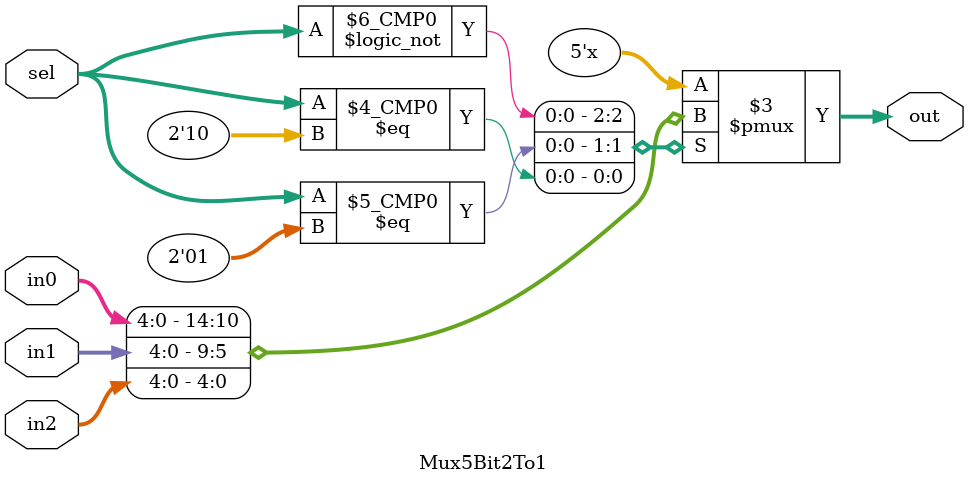
<source format=v>
module Mux32Bit2To1(input[31:0] in0,
		input[31:0] in1,
		input sel,
		output[31:0] out);

	assign out = sel ? in1 : in0;

endmodule

module Mux32Bit4To1(input[31:0] in0,
		input[31:0] in1,
		input[31:0] in2,
		input[31:0] in3,
		input[1:0] sel,
		output reg[31:0] out);
	
	always @(in0, in1, in2, in3, sel)
		case (sel)
			2'b00: out <= in0;
			2'b01: out <= in1;
			2'b10: out <= in2;
			2'b11: out <= in3;
		endcase
endmodule

module Mux5Bit2To1(input[4:0] in0,
		input[4:0] in1,
        input[4:0] in2,
		input[1:0] sel,
		output[4:0] out);

	always @(in0, in1, sel)
        case (sel)
            2'b00: out = in0;
            2'b01: out = in1;
            2'b10: out = in2;
            2'b11: out = 5'bxxxxx;
        endcase
endmodule


</source>
